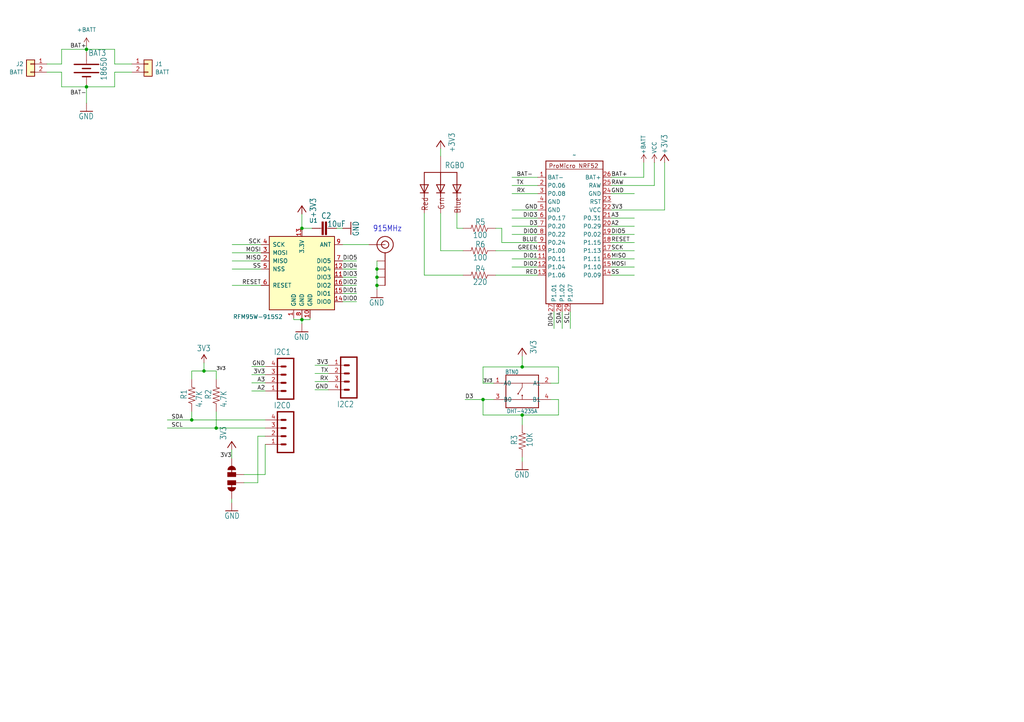
<source format=kicad_sch>
(kicad_sch (version 20231120) (generator "eeschema") (generator_version "8.0")
  (paper "User" 318.77 224.942)
  (lib_symbols
    (symbol "Connector_Generic:Conn_01x02" (pin_names (offset 1.016) hide)
      (property "Reference" "J" (at 0 2.54 0))
      (property "Value" "Conn_01x02" (at 0 -5.08 0))
      (symbol "Conn_01x02_1_1"
        (rectangle (start -1.27 -2.413) (end 0 -2.667) (stroke (width 0.1524)))
        (rectangle (start -1.27 0.127) (end 0 -0.127) (stroke (width 0.1524)))
        (rectangle (start -1.27 1.27) (end 1.27 -3.81) (stroke (width 0.254)) (fill (type background)))
        (pin passive line (at -5.08 0 0) (length 3.81) (name "Pin_1") (number "1"))
        (pin passive line (at -5.08 -2.54 0) (length 3.81) (name "Pin_2") (number "2"))
      )
    )
    (symbol "Curtis-Parts:BATTERY18650"
      (property "Reference" "BAT3" (at -3.86 0.535 90))
      (property "Value" "18650" (at 3.81 6.35 0))
      (symbol "BATTERY18650_1_0"
        (polyline (pts (xy -2.54 0) (xy -1.524 0)) (stroke (width 0.1524)))
        (polyline (pts (xy -1.27 3.81) (xy -1.27 -3.81)) (stroke (width 0.4064)))
        (polyline (pts (xy 0 1.27) (xy 0 -1.27)) (stroke (width 0.4064)))
        (polyline (pts (xy 1.27 3.81) (xy 1.27 -3.81)) (stroke (width 0.4064)))
        (polyline (pts (xy 2.54 1.27) (xy 2.54 -1.27)) (stroke (width 0.4064)))
        (pin power_in line (at 5.08 0 180) (length 2.54) (name "-") (number "GND"))
        (pin power_in line (at -5.08 0 0) (length 2.54) (name "+") (number "PWR"))
      )
    )
    (symbol "Curtis-Parts:NRF52 ProMicro"
      (symbol "NRF52 ProMicro_1_0"
        (polyline (pts (xy -7.62 -21.59) (xy 10.16 -21.59)) (stroke (width 0.254)))
        (polyline (pts (xy -7.62 22.86) (xy -7.62 -21.59)) (stroke (width 0.254)))
        (polyline (pts (xy 10.16 -21.59) (xy 10.16 22.86)) (stroke (width 0.254)))
        (polyline (pts (xy 10.16 22.86) (xy -7.62 22.86)) (stroke (width 0.254)))
        (pin bidirectional line (at -10.16 17.78 0) (length 2.54) (name "BAT-") (number "1"))
        (pin bidirectional line (at -10.16 -5.08 0) (length 2.54) (name "P1.00") (number "10"))
        (pin bidirectional line (at -10.16 -7.62 0) (length 2.54) (name "P0.11") (number "11"))
        (pin bidirectional line (at -10.16 -10.16 0) (length 2.54) (name "P1.04") (number "12"))
        (pin bidirectional line (at -10.16 -12.7 0) (length 2.54) (name "P1.06") (number "13"))
        (pin bidirectional line (at 12.7 -12.7 180) (length 2.54) (name "P0.09") (number "14"))
        (pin bidirectional line (at 12.7 -10.16 180) (length 2.54) (name "P1.10") (number "15"))
        (pin bidirectional line (at 12.7 -7.62 180) (length 2.54) (name "P1.11") (number "16"))
        (pin bidirectional line (at 12.7 -5.08 180) (length 2.54) (name "P1.13") (number "17"))
        (pin bidirectional line (at 12.7 -2.54 180) (length 2.54) (name "P1.15") (number "18"))
        (pin bidirectional line (at 12.7 0 180) (length 2.54) (name "P0.02") (number "19"))
        (pin bidirectional line (at -10.16 15.24 0) (length 2.54) (name "P0.06") (number "2"))
        (pin bidirectional line (at 12.7 2.54 180) (length 2.54) (name "P0.29") (number "20"))
        (pin bidirectional line (at 12.7 5.08 180) (length 2.54) (name "P0.31") (number "21"))
        (pin bidirectional line (at 12.7 7.62 180) (length 2.54) (name "VCC") (number "22"))
        (pin bidirectional line (at 12.7 10.16 180) (length 2.54) (name "RST") (number "23"))
        (pin bidirectional line (at 12.7 12.7 180) (length 2.54) (name "GND") (number "24"))
        (pin bidirectional line (at 12.7 15.24 180) (length 2.54) (name "RAW") (number "25"))
        (pin bidirectional line (at 12.7 17.78 180) (length 2.54) (name "BAT+") (number "26"))
        (pin bidirectional line (at -5.08 -24.13 90) (length 2.54) (name "P1.01") (number "27"))
        (pin bidirectional line (at -2.54 -24.13 90) (length 2.54) (name "P1.02") (number "28"))
        (pin bidirectional line (at 0 -24.13 90) (length 2.54) (name "P1.07") (number "29"))
        (pin bidirectional line (at -10.16 12.7 0) (length 2.54) (name "P0.08") (number "3"))
        (pin bidirectional line (at -10.16 10.16 0) (length 2.54) (name "GND") (number "4"))
        (pin bidirectional line (at -10.16 7.62 0) (length 2.54) (name "GND") (number "5"))
        (pin bidirectional line (at -10.16 5.08 0) (length 2.54) (name "P0.17") (number "6"))
        (pin bidirectional line (at -10.16 2.54 0) (length 2.54) (name "P0.20") (number "7"))
        (pin bidirectional line (at -10.16 0 0) (length 2.54) (name "P0.22") (number "8"))
        (pin bidirectional line (at -10.16 -2.54 0) (length 2.54) (name "P0.24") (number "9"))
      )
      (symbol "NRF52 ProMicro_1_1"
        (polyline (pts (xy -7.62 20.32) (xy 10.16 20.32)))
        (text "ProMicro NRF52" (at 1.016 21.336 0) (effects (font (size 1.27 1.27))))
      )
    )
    (symbol "Mini-Lora-eagle-import:+3V3" (power)
      (symbol "+3V3_1_0"
        (polyline (pts (xy 0 0) (xy -1.27 -1.905)) (stroke (width 0.254)))
        (polyline (pts (xy 1.27 -1.905) (xy 0 0)) (stroke (width 0.254)))
        (pin power_in line (at 0 -2.54 90) (length 2.54) (name "+3V3") (number "1"))
      )
    )
    (symbol "Mini-Lora-eagle-import:3V3-EXT" (power)
      (symbol "3V3-EXT_1_0"
        (polyline (pts (xy 0 2.54) (xy -0.762 1.27)) (stroke (width 0.254)))
        (polyline (pts (xy 0.762 1.27) (xy 0 2.54)) (stroke (width 0.254)))
        (pin power_in line (at 0 0 90) (length 2.54) (name "3V3-EXT") (number "1"))
      )
    )
    (symbol "Mini-Lora-eagle-import:ANTENNATINY"
      (symbol "ANTENNATINY_1_0"
        (polyline (pts (xy 0 -2.54) (xy 0 -12.7)) (stroke (width 0.254)))
        (circle (center 0 0) (radius 1.1359) (stroke (width 0.254)))
        (circle (center 0 0) (radius 2.54) (stroke (width 0.254)))
        (pin bidirectional line (at -5.08 0 0) (length 5.08) (name "SIGNAL") (number "ANT1"))
        (pin bidirectional line (at -5.08 0 0) (length 5.08) (name "SIGNAL") (number "ANT2"))
        (pin bidirectional line (at -5.08 0 0) (length 5.08) (name "SIGNAL") (number "ANT3"))
        (pin bidirectional line (at -2.54 -5.08 0) (length 2.54) (name "GND@0") (number "GND1"))
        (pin bidirectional line (at -2.54 -7.62 0) (length 2.54) (name "GND@1") (number "GND2"))
        (pin bidirectional line (at -2.54 -10.16 0) (length 2.54) (name "GND@2") (number "GND3"))
        (pin bidirectional line (at -2.54 -12.7 0) (length 2.54) (name "GND@3") (number "GND4"))
      )
    )
    (symbol "Mini-Lora-eagle-import:CAP0805-CAP-LARGEPADS"
      (property "Reference" "C" (at 1.524 2.921 0))
      (symbol "CAP0805-CAP-LARGEPADS_1_0"
        (rectangle (start -2.032 0.508) (end 2.032 1.016) (fill (type outline)))
        (rectangle (start -2.032 1.524) (end 2.032 2.032) (fill (type outline)))
        (polyline (pts (xy 0 0) (xy 0 0.508)) (stroke (width 0.1524)))
        (polyline (pts (xy 0 2.54) (xy 0 2.032)) (stroke (width 0.1524)))
        (pin passive line (at 0 5.08 270) (length 2.54) (name "1") (number "1"))
        (pin passive line (at 0 -2.54 90) (length 2.54) (name "2") (number "2"))
      )
    )
    (symbol "Mini-Lora-eagle-import:CON_HEADER_1X04'NO_LOCK'"
      (symbol "CON_HEADER_1X04'NO_LOCK'_1_0"
        (polyline (pts (xy 1.27 12.7) (xy 1.27 0)) (stroke (width 0.4064)))
        (polyline (pts (xy 1.27 12.7) (xy 6.35 12.7)) (stroke (width 0.4064)))
        (polyline (pts (xy 3.81 2.54) (xy 5.08 2.54)) (stroke (width 0.6096)))
        (polyline (pts (xy 3.81 5.08) (xy 5.08 5.08)) (stroke (width 0.6096)))
        (polyline (pts (xy 3.81 7.62) (xy 5.08 7.62)) (stroke (width 0.6096)))
        (polyline (pts (xy 3.81 10.16) (xy 5.08 10.16)) (stroke (width 0.6096)))
        (polyline (pts (xy 6.35 0) (xy 1.27 0)) (stroke (width 0.4064)))
        (polyline (pts (xy 6.35 0) (xy 6.35 12.7)) (stroke (width 0.4064)))
        (pin passive line (at 10.16 2.54 180) (length 5.08) (name "1") (number "1"))
        (pin passive line (at 10.16 5.08 180) (length 5.08) (name "2") (number "2"))
        (pin passive line (at 10.16 7.62 180) (length 5.08) (name "3") (number "3"))
        (pin passive line (at 10.16 10.16 180) (length 5.08) (name "4") (number "4"))
      )
    )
    (symbol "Mini-Lora-eagle-import:GND" (power)
      (symbol "GND_1_0"
        (polyline (pts (xy -1.905 0) (xy 1.905 0)) (stroke (width 0.254)))
        (pin power_in line (at 0 2.54 270) (length 2.54) (name "GND") (number "1"))
      )
    )
    (symbol "Mini-Lora-eagle-import:PAD-JUMPER-SWAPSWAP"
      (symbol "PAD-JUMPER-SWAPSWAP_1_0"
        (arc (start -1.27 -2.667) (mid 0 -3.937) (end 1.27 -2.667) (stroke (width 0.0001)) (fill (type outline)))
        (rectangle (start -1.27 -1.905) (end 1.27 -0.635) (fill (type outline)))
        (polyline (pts (xy -1.27 -1.905) (xy -1.27 -0.635)) (stroke (width 0.1524)))
        (polyline (pts (xy -1.27 -0.635) (xy 1.27 -0.635)) (stroke (width 0.1524)))
        (polyline (pts (xy -1.27 0.635) (xy -1.27 1.905)) (stroke (width 0.1524)))
        (polyline (pts (xy -1.27 1.905) (xy 1.27 1.905)) (stroke (width 0.1524)))
        (polyline (pts (xy 0 -1.27) (xy 0 -3.81)) (stroke (width 0.254)))
        (polyline (pts (xy 0 1.27) (xy 0 3.81)) (stroke (width 0.254)))
        (polyline (pts (xy 1.27 -1.905) (xy -1.27 -1.905)) (stroke (width 0.1524)))
        (polyline (pts (xy 1.27 -0.635) (xy 1.27 -1.905)) (stroke (width 0.1524)))
        (polyline (pts (xy 1.27 0.635) (xy -1.27 0.635)) (stroke (width 0.1524)))
        (polyline (pts (xy 1.27 1.905) (xy 1.27 0.635)) (stroke (width 0.1524)))
        (rectangle (start 1.27 1.905) (end -1.27 0.635) (fill (type outline)))
        (arc (start 1.27 2.667) (mid 0 3.937) (end -1.27 2.667) (stroke (width 0.0001)) (fill (type outline)))
        (pin passive line (at 0 6.35 270) (length 2.54) (name "1") (number "1"))
        (pin passive line (at 0 6.35 270) (length 2.54) (name "1") (number "11"))
        (pin passive line (at -3.81 1.27 0) (length 2.54) (name "2") (number "2"))
        (pin passive line (at -3.81 -1.27 0) (length 2.54) (name "3") (number "3"))
        (pin passive line (at 0 -6.35 90) (length 2.54) (name "4") (number "4"))
        (pin passive line (at 0 -6.35 90) (length 2.54) (name "4") (number "44"))
      )
    )
    (symbol "Mini-Lora-eagle-import:RESISTOR0805-RES"
      (property "Reference" "R" (at -3.81 1.4986 0))
      (symbol "RESISTOR0805-RES_1_0"
        (polyline (pts (xy -2.54 0) (xy -2.159 1.016)) (stroke (width 0.1524)))
        (polyline (pts (xy -2.159 1.016) (xy -1.524 -1.016)) (stroke (width 0.1524)))
        (polyline (pts (xy -1.524 -1.016) (xy -0.889 1.016)) (stroke (width 0.1524)))
        (polyline (pts (xy -0.889 1.016) (xy -0.254 -1.016)) (stroke (width 0.1524)))
        (polyline (pts (xy -0.254 -1.016) (xy 0.381 1.016)) (stroke (width 0.1524)))
        (polyline (pts (xy 0.381 1.016) (xy 1.016 -1.016)) (stroke (width 0.1524)))
        (polyline (pts (xy 1.016 -1.016) (xy 1.651 1.016)) (stroke (width 0.1524)))
        (polyline (pts (xy 1.651 1.016) (xy 2.286 -1.016)) (stroke (width 0.1524)))
        (polyline (pts (xy 2.286 -1.016) (xy 2.54 0)) (stroke (width 0.1524)))
        (pin passive line (at -5.08 0 0) (length 2.54) (name "1") (number "1"))
        (pin passive line (at 5.08 0 180) (length 2.54) (name "2") (number "2"))
      )
    )
    (symbol "Mini-Lora-eagle-import:RGBLED_CASTRAIGHT"
      (property "Reference" "LED" (at -6.35 1.27 90))
      (symbol "RGBLED_CASTRAIGHT_1_0"
        (polyline (pts (xy -5.08 0) (xy -5.08 -5.08)) (stroke (width 0.254)))
        (polyline (pts (xy -5.08 5.08) (xy -5.08 0)) (stroke (width 0.254)))
        (polyline (pts (xy -1.27 -6.35) (xy 1.27 -5.08)) (stroke (width 0.254)))
        (polyline (pts (xy -1.27 -3.81) (xy -1.27 -6.35)) (stroke (width 0.254)))
        (polyline (pts (xy -1.27 -1.27) (xy 1.27 0)) (stroke (width 0.254)))
        (polyline (pts (xy -1.27 1.27) (xy -1.27 -1.27)) (stroke (width 0.254)))
        (polyline (pts (xy -1.27 3.81) (xy 1.27 5.08)) (stroke (width 0.254)))
        (polyline (pts (xy -1.27 6.35) (xy -1.27 3.81)) (stroke (width 0.254)))
        (polyline (pts (xy 1.27 -6.35) (xy 1.27 -5.08)) (stroke (width 0.254)))
        (polyline (pts (xy 1.27 -5.08) (xy -5.08 -5.08)) (stroke (width 0.254)))
        (polyline (pts (xy 1.27 -5.08) (xy -1.27 -3.81)) (stroke (width 0.254)))
        (polyline (pts (xy 1.27 -5.08) (xy 1.27 -3.81)) (stroke (width 0.254)))
        (polyline (pts (xy 1.27 -5.08) (xy 2.54 -5.08)) (stroke (width 0.254)))
        (polyline (pts (xy 1.27 0) (xy -5.08 0)) (stroke (width 0.254)))
        (polyline (pts (xy 1.27 0) (xy -1.27 1.27)) (stroke (width 0.254)))
        (polyline (pts (xy 1.27 0) (xy 1.27 -1.27)) (stroke (width 0.254)))
        (polyline (pts (xy 1.27 1.27) (xy 1.27 0)) (stroke (width 0.254)))
        (polyline (pts (xy 1.27 5.08) (xy -5.08 5.08)) (stroke (width 0.254)))
        (polyline (pts (xy 1.27 5.08) (xy -1.27 6.35)) (stroke (width 0.254)))
        (polyline (pts (xy 1.27 5.08) (xy 1.27 3.81)) (stroke (width 0.254)))
        (polyline (pts (xy 1.27 5.08) (xy 2.54 5.08)) (stroke (width 0.254)))
        (polyline (pts (xy 1.27 6.35) (xy 1.27 5.08)) (stroke (width 0.254)))
        (polyline (pts (xy 2.54 0) (xy 1.27 0)) (stroke (width 0.254)))
        (text "Blue" (at 2.54 6.35 0) (effects (font (size 1.778 1.5113)) (justify left bottom)))
        (text "Grn" (at 2.54 1.27 0) (effects (font (size 1.778 1.5113)) (justify left bottom)))
        (text "Red" (at 2.54 -3.81 0) (effects (font (size 1.778 1.5113)) (justify left bottom)))
        (pin bidirectional line (at 7.62 -5.08 180) (length 5.08) (name "RED") (number "1"))
        (pin bidirectional line (at -10.16 0 0) (length 5.08) (name "VCC") (number "2"))
        (pin bidirectional line (at 7.62 0 180) (length 5.08) (name "GREEN") (number "3"))
        (pin bidirectional line (at 7.62 5.08 180) (length 5.08) (name "BLUE") (number "4"))
      )
    )
    (symbol "Mini-Lora-eagle-import:SMD-BUTTON-TOP-DHT-4235A(4P-4.2X3.2MM)"
      (property "Reference" "SW" (at -5.08 5.08 0))
      (symbol "SMD-BUTTON-TOP-DHT-4235A(4P-4.2X3.2MM)_1_0"
        (circle (center -1.27 -0.762) (radius 0.1524))
        (circle (center 0 -1.27) (radius 0.1524))
        (polyline (pts (xy -6.35 -2.54) (xy -5.08 -2.54)) (stroke (width 0.1524)))
        (polyline (pts (xy -6.35 2.54) (xy -5.08 2.54)) (stroke (width 0.1524)))
        (polyline (pts (xy -5.08 -5.08) (xy -5.08 -2.54)) (stroke (width 0.254)))
        (polyline (pts (xy -5.08 -2.54) (xy -5.08 2.54)) (stroke (width 0.254)))
        (polyline (pts (xy -5.08 2.54) (xy -5.08 5.08)) (stroke (width 0.254)))
        (polyline (pts (xy -5.08 2.54) (xy 0 2.54)) (stroke (width 0.1524)))
        (polyline (pts (xy -5.08 5.08) (xy 5.08 5.08)) (stroke (width 0.254)))
        (polyline (pts (xy 0 -2.54) (xy -5.08 -2.54)) (stroke (width 0.1524)))
        (polyline (pts (xy 0 -2.54) (xy 5.08 -2.54)) (stroke (width 0.1524)))
        (polyline (pts (xy 0 -1.27) (xy 0 -2.54)) (stroke (width 0.1524)))
        (polyline (pts (xy 0 1.27) (xy -1.27 -0.762)) (stroke (width 0.1524)))
        (polyline (pts (xy 0 2.54) (xy 0 1.27)) (stroke (width 0.1524)))
        (polyline (pts (xy 0 2.54) (xy 5.08 2.54)) (stroke (width 0.1524)))
        (polyline (pts (xy 5.08 -5.08) (xy -5.08 -5.08)) (stroke (width 0.254)))
        (polyline (pts (xy 5.08 -2.54) (xy 5.08 -5.08)) (stroke (width 0.254)))
        (polyline (pts (xy 5.08 2.54) (xy 5.08 -2.54)) (stroke (width 0.254)))
        (polyline (pts (xy 5.08 5.08) (xy 5.08 2.54)) (stroke (width 0.254)))
        (polyline (pts (xy 6.35 -2.54) (xy 5.08 -2.54)) (stroke (width 0.1524)))
        (polyline (pts (xy 6.35 2.54) (xy 5.08 2.54)) (stroke (width 0.1524)))
        (pin bidirectional line (at -8.89 2.54 0) (length 2.54) (name "A0") (number "1"))
        (pin bidirectional line (at 8.89 2.54 180) (length 2.54) (name "A1") (number "2"))
        (pin bidirectional line (at -8.89 -2.54 0) (length 2.54) (name "B0") (number "3"))
        (pin bidirectional line (at 8.89 -2.54 180) (length 2.54) (name "B1") (number "4"))
      )
    )
    (symbol "RF_Module:RFM95W-915S2" (pin_names (offset 1.016))
      (property "Reference" "U" (at -10.414 11.684 0))
      (property "Value" "RFM95W-915S2" (at 1.524 11.43 0))
      (symbol "RFM95W-915S2_0_1"
        (rectangle (start -10.16 10.16) (end 10.16 -12.7) (stroke (width 0.254)) (fill (type background)))
      )
      (symbol "RFM95W-915S2_1_1"
        (pin power_in line (at -2.54 -15.24 90) (length 2.54) (name "GND") (number "1"))
        (pin power_in line (at 2.54 -15.24 90) (length 2.54) (name "GND") (number "10"))
        (pin bidirectional line (at 12.7 -2.54 180) (length 2.54) (name "DIO3") (number "11"))
        (pin bidirectional line (at 12.7 0 180) (length 2.54) (name "DIO4") (number "12"))
        (pin power_in line (at 0 12.7 270) (length 2.54) (name "3.3V") (number "13"))
        (pin bidirectional line (at 12.7 -10.16 180) (length 2.54) (name "DIO0") (number "14"))
        (pin bidirectional line (at 12.7 -7.62 180) (length 2.54) (name "DIO1") (number "15"))
        (pin bidirectional line (at 12.7 -5.08 180) (length 2.54) (name "DIO2") (number "16"))
        (pin output line (at -12.7 2.54 0) (length 2.54) (name "MISO") (number "2"))
        (pin input line (at -12.7 5.08 0) (length 2.54) (name "MOSI") (number "3"))
        (pin input line (at -12.7 7.62 0) (length 2.54) (name "SCK") (number "4"))
        (pin input line (at -12.7 0 0) (length 2.54) (name "NSS") (number "5"))
        (pin bidirectional line (at -12.7 -5.08 0) (length 2.54) (name "RESET") (number "6"))
        (pin bidirectional line (at 12.7 2.54 180) (length 2.54) (name "DIO5") (number "7"))
        (pin power_in line (at 0 -15.24 90) (length 2.54) (name "GND") (number "8"))
        (pin bidirectional line (at 12.7 7.62 180) (length 2.54) (name "ANT") (number "9"))
      )
    )
    (symbol "power:+BATT" (power) (pin_numbers hide) (pin_names (offset 0) hide)
      (property "Value" "+BATT" (at 0 3.556 0))
      (symbol "+BATT_0_1"
        (polyline (pts (xy -0.762 1.27) (xy 0 2.54)))
        (polyline (pts (xy 0 0) (xy 0 2.54)))
        (polyline (pts (xy 0 2.54) (xy 0.762 1.27)))
      )
      (symbol "+BATT_1_1"
        (pin power_in line (at 0 0 90) (length 0) (name "~") (number "1"))
      )
    )
    (symbol "power:VCC" (power) (pin_numbers hide) (pin_names (offset 0) hide)
      (property "Value" "VCC" (at 0 3.556 0))
      (symbol "VCC_0_1"
        (polyline (pts (xy -0.762 1.27) (xy 0 2.54)))
        (polyline (pts (xy 0 0) (xy 0 2.54)))
        (polyline (pts (xy 0 2.54) (xy 0.762 1.27)))
      )
      (symbol "VCC_1_1"
        (pin power_in line (at 0 0 90) (length 0) (name "~") (number "1"))
      )
    )
  )
  (junction (at 26.924 15.367))
  (junction (at 117.348 86.36))
  (junction (at 93.98 99.568))
  (junction (at 67.31 133.35))
  (junction (at 117.348 83.82))
  (junction (at 117.348 88.9))
  (junction (at 150.368 124.46))
  (junction (at 26.924 27.051))
  (junction (at 59.69 130.81))
  (junction (at 93.98 71.12))
  (junction (at 162.56 129.286))
  (junction (at 162.56 114.3))
  (junction (at 63.5 115.57))
  (wire (pts (xy 162.56 129.286) (xy 173.863 129.286)) (stroke (width 0.1524)))
  (wire (pts (xy 173.863 119.38) (xy 171.45 119.38)) (stroke (width 0.1524)))
  (wire (pts (xy 159.385 67.945) (xy 167.386 67.945)) (stroke (width 0.1524)))
  (wire (pts (xy 19.177 27.051) (xy 26.924 27.051)))
  (wire (pts (xy 156.21 75.565) (xy 156.21 71.12)) (stroke (width 0.1524)))
  (wire (pts (xy 72.136 155.448) (xy 72.136 156.591)))
  (wire (pts (xy 142.24 66.421) (xy 142.24 71.12)))
  (wire (pts (xy 78.359 114.173) (xy 82.55 114.173)))
  (wire (pts (xy 78.359 116.713) (xy 82.55 116.713)))
  (wire (pts (xy 106.68 88.9) (xy 110.998 88.9)))
  (wire (pts (xy 190.246 70.485) (xy 197.485 70.485)))
  (wire (pts (xy 72.263 88.9) (xy 81.28 88.9)))
  (wire (pts (xy 75.946 150.368) (xy 80.264 150.368)))
  (wire (pts (xy 117.348 88.9) (xy 117.348 90.17)) (stroke (width 0.1524)))
  (wire (pts (xy 82.55 133.35) (xy 67.31 133.35)))
  (wire (pts (xy 206.883 65.405) (xy 206.883 50.673)) (stroke (width 0.1524)))
  (wire (pts (xy 19.177 15.367) (xy 26.924 15.367)))
  (wire (pts (xy 162.56 114.3) (xy 173.863 114.3)) (stroke (width 0.1524)))
  (wire (pts (xy 80.264 135.89) (xy 82.55 135.89)))
  (wire (pts (xy 190.246 83.185) (xy 197.485 83.185)) (stroke (width 0.1524)))
  (wire (pts (xy 142.24 71.12) (xy 144.145 71.12)))
  (wire (pts (xy 137.16 46.355) (xy 137.16 48.641)))
  (wire (pts (xy 156.21 71.12) (xy 154.305 71.12)) (stroke (width 0.1524)))
  (wire (pts (xy 159.385 73.025) (xy 167.386 73.025)) (stroke (width 0.1524)))
  (wire (pts (xy 162.56 114.3) (xy 150.368 114.3)) (stroke (width 0.1524)))
  (wire (pts (xy 78.359 119.253) (xy 82.55 119.253)))
  (wire (pts (xy 156.21 75.565) (xy 167.386 75.565)) (stroke (width 0.1524)))
  (wire (pts (xy 93.98 99.568) (xy 93.98 100.838)))
  (wire (pts (xy 154.305 85.725) (xy 167.386 85.725)) (stroke (width 0.1524)))
  (wire (pts (xy 14.605 22.479) (xy 19.177 22.479)))
  (wire (pts (xy 26.924 14.351) (xy 26.924 15.367)) (stroke (width 0.1524)))
  (wire (pts (xy 173.863 114.3) (xy 173.863 119.38)) (stroke (width 0.1524)))
  (wire (pts (xy 106.68 83.82) (xy 110.998 83.82)))
  (wire (pts (xy 117.348 81.28) (xy 117.348 83.82)) (stroke (width 0.1524)))
  (wire (pts (xy 190.246 67.945) (xy 197.485 67.945)))
  (wire (pts (xy 26.924 26.416) (xy 26.924 27.051)) (stroke (width 0.1524)))
  (wire (pts (xy 162.56 143.764) (xy 162.56 142.494)) (stroke (width 0.1524)))
  (wire (pts (xy 137.16 66.421) (xy 137.16 78.105)))
  (wire (pts (xy 19.177 19.939) (xy 19.177 15.367)))
  (wire (pts (xy 162.56 129.286) (xy 162.56 132.334)))
  (wire (pts (xy 172.466 97.155) (xy 172.466 102.362)))
  (wire (pts (xy 190.246 80.645) (xy 197.485 80.645)) (stroke (width 0.1524)))
  (wire (pts (xy 190.246 75.565) (xy 197.485 75.565)) (stroke (width 0.1524)))
  (wire (pts (xy 26.924 27.051) (xy 26.924 32.131)) (stroke (width 0.1524)))
  (wire (pts (xy 150.368 119.38) (xy 150.368 114.3)) (stroke (width 0.1524)))
  (wire (pts (xy 159.385 57.785) (xy 167.386 57.785)) (stroke (width 0.1524)))
  (wire (pts (xy 117.348 83.82) (xy 117.348 86.36)) (stroke (width 0.1524)))
  (wire (pts (xy 14.605 19.939) (xy 19.177 19.939)))
  (wire (pts (xy 72.263 78.74) (xy 81.28 78.74)))
  (wire (pts (xy 35.687 19.939) (xy 41.021 19.939)) (stroke (width 0.1524)))
  (wire (pts (xy 190.246 57.785) (xy 203.708 57.785)) (stroke (width 0.1524)))
  (wire (pts (xy 117.348 86.36) (xy 117.348 88.9)) (stroke (width 0.1524)))
  (wire (pts (xy 72.263 81.28) (xy 81.28 81.28)))
  (wire (pts (xy 106.68 81.28) (xy 110.998 81.28)))
  (wire (pts (xy 150.368 124.46) (xy 150.368 129.286)) (stroke (width 0.1524)))
  (wire (pts (xy 67.31 115.57) (xy 63.5 115.57)) (stroke (width 0.1524)))
  (wire (pts (xy 190.246 85.725) (xy 197.485 85.725)) (stroke (width 0.1524)))
  (wire (pts (xy 150.368 119.38) (xy 153.67 119.38)) (stroke (width 0.1524)))
  (wire (pts (xy 98.044 116.332) (xy 102.235 116.332)))
  (wire (pts (xy 159.385 60.325) (xy 167.386 60.325)) (stroke (width 0.1524)))
  (wire (pts (xy 59.69 128.27) (xy 59.69 130.81)) (stroke (width 0.1524)))
  (wire (pts (xy 98.044 113.792) (xy 102.235 113.792)))
  (wire (pts (xy 67.31 118.11) (xy 67.31 115.57)) (stroke (width 0.1524)))
  (wire (pts (xy 72.263 83.82) (xy 81.28 83.82)))
  (wire (pts (xy 150.368 124.46) (xy 153.67 124.46)) (stroke (width 0.1524)))
  (wire (pts (xy 35.687 22.479) (xy 41.021 22.479)) (stroke (width 0.1524)))
  (wire (pts (xy 177.546 97.155) (xy 177.546 102.362)))
  (wire (pts (xy 106.68 91.44) (xy 110.998 91.44)))
  (wire (pts (xy 59.69 130.81) (xy 82.55 130.81)))
  (wire (pts (xy 132.08 85.725) (xy 144.145 85.725)) (stroke (width 0.1524)))
  (wire (pts (xy 26.924 15.367) (xy 35.687 15.367)) (stroke (width 0.1524)))
  (wire (pts (xy 106.68 86.36) (xy 110.998 86.36)))
  (wire (pts (xy 159.385 55.245) (xy 167.386 55.245)))
  (wire (pts (xy 137.16 78.105) (xy 144.145 78.105)) (stroke (width 0.1524)))
  (wire (pts (xy 82.55 138.43) (xy 82.55 147.828)))
  (wire (pts (xy 96.52 99.568) (xy 96.52 99.06)))
  (wire (pts (xy 63.5 115.57) (xy 59.69 115.57)) (stroke (width 0.1524)))
  (wire (pts (xy 175.006 97.155) (xy 175.006 102.362)))
  (wire (pts (xy 72.263 76.2) (xy 81.28 76.2)))
  (wire (pts (xy 190.246 65.405) (xy 206.883 65.405)) (stroke (width 0.1524)))
  (wire (pts (xy 106.68 93.98) (xy 110.998 93.98)))
  (wire (pts (xy 173.863 124.46) (xy 171.45 124.46)) (stroke (width 0.1524)))
  (wire (pts (xy 97.155 71.12) (xy 93.98 71.12)) (stroke (width 0.1524)))
  (wire (pts (xy 19.177 22.479) (xy 19.177 27.051)))
  (wire (pts (xy 98.044 118.872) (xy 102.235 118.872)))
  (wire (pts (xy 190.246 60.325) (xy 197.485 60.325)) (stroke (width 0.1524)))
  (wire (pts (xy 93.98 66.675) (xy 93.98 71.12)) (stroke (width 0.1524)))
  (wire (pts (xy 104.775 71.12) (xy 106.68 71.12)) (stroke (width 0.1524)))
  (wire (pts (xy 52.07 133.35) (xy 67.31 133.35)) (stroke (width 0.1524)))
  (wire (pts (xy 26.924 27.051) (xy 35.687 27.051)) (stroke (width 0.1524)))
  (wire (pts (xy 159.385 65.405) (xy 167.386 65.405)) (stroke (width 0.1524)))
  (wire (pts (xy 78.359 121.793) (xy 82.55 121.793)))
  (wire (pts (xy 154.305 78.105) (xy 167.386 78.105)) (stroke (width 0.1524)))
  (wire (pts (xy 150.368 129.286) (xy 162.56 129.286)) (stroke (width 0.1524)))
  (wire (pts (xy 35.687 27.051) (xy 35.687 22.479)) (stroke (width 0.1524)))
  (wire (pts (xy 91.44 99.06) (xy 91.44 99.568)))
  (wire (pts (xy 200.406 50.673) (xy 200.406 55.245)))
  (wire (pts (xy 80.264 150.368) (xy 80.264 135.89)))
  (wire (pts (xy 93.98 99.06) (xy 93.98 99.568)))
  (wire (pts (xy 190.246 55.245) (xy 200.406 55.245)))
  (wire (pts (xy 35.687 15.367) (xy 35.687 19.939)) (stroke (width 0.1524)))
  (wire (pts (xy 98.044 121.412) (xy 102.235 121.412)))
  (wire (pts (xy 63.5 113.03) (xy 63.5 115.57)) (stroke (width 0.1524)))
  (wire (pts (xy 59.69 118.11) (xy 59.69 115.57)) (stroke (width 0.1524)))
  (wire (pts (xy 159.385 80.645) (xy 167.386 80.645)) (stroke (width 0.1524)))
  (wire (pts (xy 162.56 114.3) (xy 162.56 110.998)) (stroke (width 0.1524)))
  (wire (pts (xy 59.69 130.81) (xy 52.07 130.81)) (stroke (width 0.1524)))
  (wire (pts (xy 159.385 83.185) (xy 167.386 83.185)) (stroke (width 0.1524)))
  (wire (pts (xy 91.44 99.568) (xy 93.98 99.568)))
  (wire (pts (xy 190.246 78.105) (xy 197.485 78.105)))
  (wire (pts (xy 106.68 76.2) (xy 114.808 76.2)))
  (wire (pts (xy 190.246 73.025) (xy 197.485 73.025)))
  (wire (pts (xy 75.946 147.828) (xy 82.55 147.828)))
  (wire (pts (xy 144.78 124.46) (xy 150.368 124.46)) (stroke (width 0.1524)))
  (wire (pts (xy 93.98 99.568) (xy 96.52 99.568)))
  (wire (pts (xy 159.385 70.485) (xy 167.386 70.485)) (stroke (width 0.1524)))
  (wire (pts (xy 67.31 128.27) (xy 67.31 133.35)) (stroke (width 0.1524)))
  (wire (pts (xy 26.924 15.367) (xy 26.924 16.256)) (stroke (width 0.1524)))
  (wire (pts (xy 132.08 66.421) (xy 132.08 85.725)) (stroke (width 0.1524)))
  (wire (pts (xy 203.708 57.785) (xy 203.708 50.673)) (stroke (width 0.1524)))
  (wire (pts (xy 72.136 140.081) (xy 72.136 142.748)) (stroke (width 0.1524)))
  (wire (pts (xy 173.863 129.286) (xy 173.863 124.46)) (stroke (width 0.1524)))
  (text "915MHz" (at 116.078 72.39 0) (effects (font (size 1.778 1.5113)) (justify left bottom)))
  (label "BAT-" (at 160.782 55.245 0))
  (label "A2" (at 82.55 121.793 180))
  (label "SCK" (at 81.28 76.2 180))
  (label "DIO0" (at 167.386 73.025 180) (effects (font (size 1.2446 1.2446))))
  (label "RAW" (at 190.246 57.785 0) (effects (font (size 1.2446 1.2446))))
  (label "TX" (at 102.235 116.332 180))
  (label "SS" (at 81.28 83.82 180))
  (label "MISO" (at 190.246 80.645 0) (effects (font (size 1.2446 1.2446))))
  (label "DIO5" (at 106.68 81.28 0))
  (label "3V3" (at 82.55 116.713 180))
  (label "GND" (at 102.235 121.412 180))
  (label "A2" (at 190.246 70.485 0) (effects (font (size 1.2446 1.2446))))
  (label "GREEN" (at 167.386 78.105 180) (effects (font (size 1.2446 1.2446))))
  (label "GND" (at 190.246 60.325 0) (effects (font (size 1.2446 1.2446))))
  (label "DIO2" (at 167.386 83.185 180) (effects (font (size 1.2446 1.2446))))
  (label "DIO1" (at 167.386 80.645 180) (effects (font (size 1.2446 1.2446))))
  (label "DIO5" (at 190.246 73.025 0) (effects (font (size 1.2446 1.2446))))
  (label "SDA" (at 175.006 97.155 270) (effects (font (size 1.2446 1.2446))))
  (label "RED" (at 167.386 85.725 180) (effects (font (size 1.2446 1.2446))))
  (label "RESET" (at 190.246 75.565 0) (effects (font (size 1.2446 1.2446))))
  (label "RX" (at 102.235 118.872 180))
  (label "SCL" (at 53.34 133.35 0) (effects (font (size 1.2446 1.2446))))
  (label "D3" (at 144.78 124.46 0) (effects (font (size 1.2446 1.2446))))
  (label "TX" (at 163.068 57.785 180) (effects (font (size 1.2446 1.2446))))
  (label "BAT-" (at 26.924 29.845 180))
  (label "3V3" (at 67.31 115.57 0) (effects (font (size 1.016 1.016))))
  (label "SS" (at 190.246 85.725 0) (effects (font (size 1.2446 1.2446))))
  (label "MOSI" (at 190.246 83.185 0) (effects (font (size 1.2446 1.2446))))
  (label "3V3" (at 150.368 119.38 0) (effects (font (size 1.016 1.016))))
  (label "SCL" (at 177.546 97.155 270) (effects (font (size 1.2446 1.2446))))
  (label "3V3" (at 102.235 113.792 180))
  (label "BAT+" (at 190.246 55.245 0))
  (label "DIO2" (at 106.68 88.9 0))
  (label "DIO4" (at 106.68 83.82 0))
  (label "SDA" (at 53.34 130.81 0) (effects (font (size 1.2446 1.2446))))
  (label "DIO3" (at 106.68 86.36 0))
  (label "DIO4" (at 172.466 97.155 270))
  (label "MOSI" (at 81.28 78.74 180))
  (label "A3" (at 190.246 67.945 0) (effects (font (size 1.2446 1.2446))))
  (label "3V3" (at 190.246 65.405 0) (effects (font (size 1.2446 1.2446))))
  (label "GND" (at 82.55 114.173 180))
  (label "RX" (at 163.449 60.325 180) (effects (font (size 1.2446 1.2446))))
  (label "D3" (at 167.386 70.485 180) (effects (font (size 1.2446 1.2446))))
  (label "DIO0" (at 106.68 93.98 0))
  (label "DIO3" (at 167.386 67.945 180))
  (label "BAT+" (at 26.924 15.24 180))
  (label "3V3" (at 72.136 142.748 180) (effects (font (size 1.2446 1.2446))))
  (label "MISO" (at 81.28 81.28 180))
  (label "SCK" (at 190.246 78.105 0) (effects (font (size 1.2446 1.2446))))
  (label "RESET" (at 81.28 88.9 180))
  (label "DIO1" (at 106.68 91.44 0))
  (label "A3" (at 82.55 119.253 180))
  (label "BLUE" (at 167.386 75.565 180) (effects (font (size 1.2446 1.2446))))
  (label "GND" (at 167.386 65.405 180) (effects (font (size 1.2446 1.2446))))
  (symbol (lib_id "Mini-Lora-eagle-import:+3V3") (at 137.16 43.815 0) (unit 1)
    (property "Reference" "#+3V05" (effects (hide yes)))
    (property "Value" "+3V3" (at 139.7 41.275 90) (effects (font (size 1.778 1.5113)) (justify right top)))
  )
  (symbol (lib_id "Mini-Lora-eagle-import:CAP0805-CAP-LARGEPADS") (at 99.695 71.12 270) (unit 1)
    (property "Reference" "C2" (at 99.949 68.199 90) (effects (font (size 1.778 1.5113)) (justify left bottom)))
    (property "Value" "10uF" (at 101.854 70.739 90) (effects (font (size 1.778 1.5113)) (justify left bottom)))
    (property "Footprint" "Mini-Lora:0805-CAP-LARGEPADS" (effects (hide yes)))
  )
  (symbol (lib_id "Mini-Lora-eagle-import:GND") (at 117.348 92.71 0) (unit 1)
    (property "Reference" "#GND09" (effects (hide yes)))
    (property "Value" "GND" (at 114.808 95.25 0) (effects (font (size 1.778 1.5113)) (justify left bottom)))
  )
  (symbol (lib_id "Mini-Lora-eagle-import:GND") (at 109.22 71.12 90) (unit 1)
    (property "Reference" "#GND04" (effects (hide yes)))
    (property "Value" "GND" (at 111.76 73.66 0) (effects (font (size 1.778 1.5113)) (justify left bottom)))
  )
  (symbol (lib_id "Mini-Lora-eagle-import:CON_HEADER_1X04'NO_LOCK'") (at 112.395 111.252 180) (unit 1)
    (property "Reference" "I2C2" (at 110.236 124.968 0) (effects (font (size 1.778 1.5113)) (justify left bottom)))
    (property "Value" "CON_HEADER_1X04'NO_LOCK'" (effects (hide yes)))
    (property "Footprint" "Curtis_Items:PinHeader_1x04_P2.54mm_Horizontal_SMD" (effects (hide yes)))
  )
  (symbol (lib_id "power:+BATT") (at 26.924 14.351 0) (unit 1)
    (property "Reference" "#PWR01" (effects (hide yes)))
    (property "Value" "+BATT" (at 26.924 9.271 0))
    (property "Description" "Power symbol creates a global label with name \"+BATT\"" (effects (hide yes)))
  )
  (symbol (lib_id "Mini-Lora-eagle-import:GND") (at 26.924 34.671 0) (unit 1)
    (property "Reference" "#GND02" (effects (hide yes)))
    (property "Value" "GND" (at 24.384 37.211 0) (effects (font (size 1.778 1.5113)) (justify left bottom)))
  )
  (symbol (lib_id "Curtis-Parts:NRF52 ProMicro") (at 177.546 73.025 0) (unit 1)
    (property "Reference" "MOD1" (effects (hide yes)))
    (property "Value" "~" (at 178.816 48.26 0) (effects (font (size 1.778 1.5113))))
    (property "Footprint" "Curtis_Items:SuperMini NRF52840" (effects (hide yes)))
  )
  (symbol (lib_id "Mini-Lora-eagle-import:CON_HEADER_1X04'NO_LOCK'") (at 92.71 140.97 0) (mirror y) (unit 1)
    (property "Reference" "I2C0" (at 90.551 127.254 0) (effects (font (size 1.778 1.5113)) (justify left bottom)))
    (property "Value" "CON_HEADER_1X04'NO_LOCK'" (effects (hide yes)))
    (property "Footprint" "Mini-Lora:1X04_NO_LOCK" (effects (hide yes)))
  )
  (symbol (lib_id "Mini-Lora-eagle-import:GND") (at 72.136 159.131 0) (mirror y) (unit 1)
    (property "Reference" "#GND01" (effects (hide yes)))
    (property "Value" "GND" (at 74.676 161.671 0) (effects (font (size 1.778 1.5113)) (justify left bottom)))
  )
  (symbol (lib_id "Mini-Lora-eagle-import:CON_HEADER_1X04'NO_LOCK'") (at 92.71 124.333 0) (mirror y) (unit 1)
    (property "Reference" "I2C1" (at 90.551 110.617 0) (effects (font (size 1.778 1.5113)) (justify left bottom)))
    (property "Value" "CON_HEADER_1X04'NO_LOCK'" (effects (hide yes)))
    (property "Footprint" "Curtis_Items:PinHeader_1x04_P2.54mm_Horizontal_SMD" (effects (hide yes)))
  )
  (symbol (lib_id "Mini-Lora-eagle-import:SMD-BUTTON-TOP-DHT-4235A(4P-4.2X3.2MM)") (at 162.56 121.92 0) (unit 1)
    (property "Reference" "BTN0" (at 157.226 116.586 0) (effects (font (size 1.27 1.0795)) (justify left bottom)))
    (property "Value" "DHT-4235A" (at 157.734 128.778 0) (effects (font (size 1.27 1.0795)) (justify left bottom)))
    (property "Footprint" "Mini-Lora:SW4-SMD-4.2X3.2X2.5MM" (effects (hide yes)))
  )
  (symbol (lib_id "Mini-Lora-eagle-import:RESISTOR0805-RES") (at 149.225 71.12 180) (unit 1)
    (property "Reference" "R5" (at 151.13 68.1736 0) (effects (font (size 1.778 1.5113)) (justify left bottom)))
    (property "Value" "100" (at 151.765 72.263 0) (effects (font (size 1.778 1.5113)) (justify left bottom)))
    (property "Footprint" "Mini-Lora:0805-RES" (effects (hide yes)))
  )
  (symbol (lib_id "Connector_Generic:Conn_01x02") (at 9.525 19.939 0) (mirror y) (unit 1)
    (property "Reference" "J2" (at 7.366 19.9389 0) (effects (justify left)))
    (property "Value" "BATT" (at 7.366 22.4789 0) (effects (justify left)))
    (property "Footprint" "Connector_JST:JST_GH_SM02B-GHS-TB_1x02-1MP_P1.25mm_Horizontal" (effects (hide yes)))
    (property "Description" "Generic connector, single row, 01x02, script generated (kicad-library-utils/schlib/autogen/connector/)" (effects (hide yes)))
  )
  (symbol (lib_id "Mini-Lora-eagle-import:GND") (at 93.98 103.378 0) (unit 1)
    (property "Reference" "#GND05" (effects (hide yes)))
    (property "Value" "GND" (at 91.44 105.918 0) (effects (font (size 1.778 1.5113)) (justify left bottom)))
  )
  (symbol (lib_id "Mini-Lora-eagle-import:+3V3") (at 72.136 137.541 0) (mirror y) (unit 1)
    (property "Reference" "#+3V03" (effects (hide yes)))
    (property "Value" "3V3" (at 70.485 132.715 90) (effects (font (size 1.778 1.5113)) (justify right top)))
  )
  (symbol (lib_id "Mini-Lora-eagle-import:GND") (at 162.56 146.304 0) (unit 1)
    (property "Reference" "#GND010" (effects (hide yes)))
    (property "Value" "GND" (at 160.02 148.844 0) (effects (font (size 1.778 1.5113)) (justify left bottom)))
  )
  (symbol (lib_id "Connector_Generic:Conn_01x02") (at 46.101 19.939 0) (unit 1)
    (property "Reference" "J1" (at 48.26 19.9389 0) (effects (justify left)))
    (property "Value" "BATT" (at 48.26 22.4789 0) (effects (justify left)))
    (property "Footprint" "Connector_JST:JST_PH_S2B-PH-SM4-TB_1x02-1MP_P2.00mm_Horizontal" (effects (hide yes)))
    (property "Description" "Generic connector, single row, 01x02, script generated (kicad-library-utils/schlib/autogen/connector/)" (effects (hide yes)))
  )
  (symbol (lib_id "Mini-Lora-eagle-import:RESISTOR0805-RES") (at 149.225 78.105 180) (unit 1)
    (property "Reference" "R6" (at 151.13 75.1586 0) (effects (font (size 1.778 1.5113)) (justify left bottom)))
    (property "Value" "100" (at 151.765 79.248 0) (effects (font (size 1.778 1.5113)) (justify left bottom)))
    (property "Footprint" "Mini-Lora:0805-RES" (effects (hide yes)))
  )
  (symbol (lib_id "Mini-Lora-eagle-import:RESISTOR0805-RES") (at 162.56 137.414 90) (unit 1)
    (property "Reference" "R3" (at 161.0614 138.684 0) (effects (font (size 1.778 1.5113)) (justify left bottom)))
    (property "Value" "10K" (at 165.862 139.319 0) (effects (font (size 1.778 1.5113)) (justify left bottom)))
    (property "Footprint" "Mini-Lora:0805-RES" (effects (hide yes)))
  )
  (symbol (lib_id "Mini-Lora-eagle-import:PAD-JUMPER-SWAPSWAP") (at 72.136 149.098 180) (unit 1)
    (property "Reference" "U$1" (effects (hide yes)))
    (property "Value" "PAD-JUMPER-SWAPSWAP" (effects (hide yes)))
    (property "Footprint" "Mini-Lora:PAD-JUMPER-SWAP" (effects (hide yes)))
  )
  (symbol (lib_id "RF_Module:RFM95W-915S2") (at 93.98 83.82 0) (unit 1)
    (property "Reference" "U1" (at 96.1741 68.707 0) (effects (justify left)))
    (property "Value" "RFM95W-915S2" (at 72.517 98.679 0) (effects (justify left)))
    (property "Footprint" "RF_Module:HOPERF_RFM9XW_SMD" (effects (hide yes)))
    (property "Datasheet" "https://www.hoperf.com/data/upload/portal/20181127/5bfcbea20e9ef.pdf" (effects (hide yes)))
    (property "Description" "Low power long range transceiver module, SPI and parallel interface, 915 MHz, spreading factor 6 to12, bandwidth 7.8 to 500kHz, -111 to -148 dBm, SMD-16, DIP-16" (effects (hide yes)))
  )
  (symbol (lib_id "Mini-Lora-eagle-import:3V3-EXT") (at 63.5 113.03 0) (unit 1)
    (property "Reference" "#P+07" (effects (hide yes)))
    (property "Value" "3V3" (at 61.214 109.474 0) (effects (font (size 1.778 1.5113)) (justify left bottom)))
  )
  (symbol (lib_id "Curtis-Parts:BATTERY18650") (at 26.924 21.336 270) (unit 1)
    (property "Reference" "BAT3" (at 27.459 17.476 90) (effects (font (size 1.778 1.5113)) (justify left bottom)))
    (property "Value" "18650" (at 33.274 25.146 0) (effects (font (size 1.778 1.5113)) (justify right top)))
    (property "Footprint" "Curtis_Items:BATTERY_18650-HOLDER" (effects (hide yes)))
    (property "Description" "Battery Holders\nVarious common sizes : AA, AAA, 18650 (PRT-12895), 20mm coin cell and 12mm coin cell.\n20MM_4LEGS, BATT-10373" (effects (hide yes)))
  )
  (symbol (lib_id "power:+BATT") (at 200.406 50.673 0) (unit 1)
    (property "Reference" "#PWR03" (effects (hide yes)))
    (property "Value" "+BATT" (at 200.279 45.085 90))
    (property "Description" "Power symbol creates a global label with name \"+BATT\"" (effects (hide yes)))
  )
  (symbol (lib_id "Mini-Lora-eagle-import:+3V3") (at 93.98 64.135 0) (unit 1)
    (property "Reference" "#+3V01" (effects (hide yes)))
    (property "Value" "+3V3" (at 96.52 61.595 90) (effects (font (size 1.778 1.5113)) (justify right top)))
  )
  (symbol (lib_id "Mini-Lora-eagle-import:+3V3") (at 162.56 108.458 0) (unit 1)
    (property "Reference" "#+3V02" (effects (hide yes)))
    (property "Value" "3V3" (at 165.1 105.918 90) (effects (font (size 1.778 1.5113)) (justify right top)))
  )
  (symbol (lib_id "Mini-Lora-eagle-import:ANTENNATINY") (at 119.888 76.2 0) (unit 1)
    (property "Reference" "J$2" (effects (hide yes)))
    (property "Value" "ANTENNATINY" (effects (hide yes)))
    (property "Footprint" "Mini-Lora:SMA_UFL_PAD_TINY" (effects (hide yes)))
  )
  (symbol (lib_id "Mini-Lora-eagle-import:RESISTOR0805-RES") (at 67.31 123.19 90) (unit 1)
    (property "Reference" "R2" (at 65.8114 124.46 0) (effects (font (size 1.778 1.5113)) (justify left bottom)))
    (property "Value" "4.7K" (at 70.612 127 0) (effects (font (size 1.778 1.5113)) (justify left bottom)))
    (property "Footprint" "Mini-Lora:0805-RES" (effects (hide yes)))
  )
  (symbol (lib_id "Mini-Lora-eagle-import:+3V3") (at 206.883 48.133 0) (unit 1)
    (property "Reference" "#+3V04" (effects (hide yes)))
    (property "Value" "+3V3" (at 205.867 41.783 90) (effects (font (size 1.778 1.5113)) (justify right top)))
  )
  (symbol (lib_id "power:VCC") (at 203.708 50.673 0) (unit 1)
    (property "Reference" "#PWR04" (effects (hide yes)))
    (property "Value" "VCC" (at 203.708 45.974 90))
    (property "Description" "Power symbol creates a global label with name \"VCC\"" (effects (hide yes)))
  )
  (symbol (lib_id "Mini-Lora-eagle-import:RGBLED_CASTRAIGHT") (at 137.16 58.801 270) (unit 1)
    (property "Reference" "RGB0" (at 138.43 52.451 90) (effects (font (size 1.778 1.5113)) (justify left bottom)))
    (property "Value" "RGBLED" (effects (hide yes)))
    (property "Footprint" "Mini-Lora:LED5MMRGB_ST" (effects (hide yes)))
  )
  (symbol (lib_id "Mini-Lora-eagle-import:RESISTOR0805-RES") (at 59.69 123.19 90) (unit 1)
    (property "Reference" "R1" (at 58.1914 124.46 0) (effects (font (size 1.778 1.5113)) (justify left bottom)))
    (property "Value" "4.7K" (at 62.992 127 0) (effects (font (size 1.778 1.5113)) (justify left bottom)))
    (property "Footprint" "Mini-Lora:0805-RES" (effects (hide yes)))
  )
  (symbol (lib_id "Mini-Lora-eagle-import:RESISTOR0805-RES") (at 149.225 85.725 180) (unit 1)
    (property "Reference" "R4" (at 151.13 82.7786 0) (effects (font (size 1.778 1.5113)) (justify left bottom)))
    (property "Value" "220" (at 151.765 86.868 0) (effects (font (size 1.778 1.5113)) (justify left bottom)))
    (property "Footprint" "Mini-Lora:0805-RES" (effects (hide yes)))
  )
)
</source>
